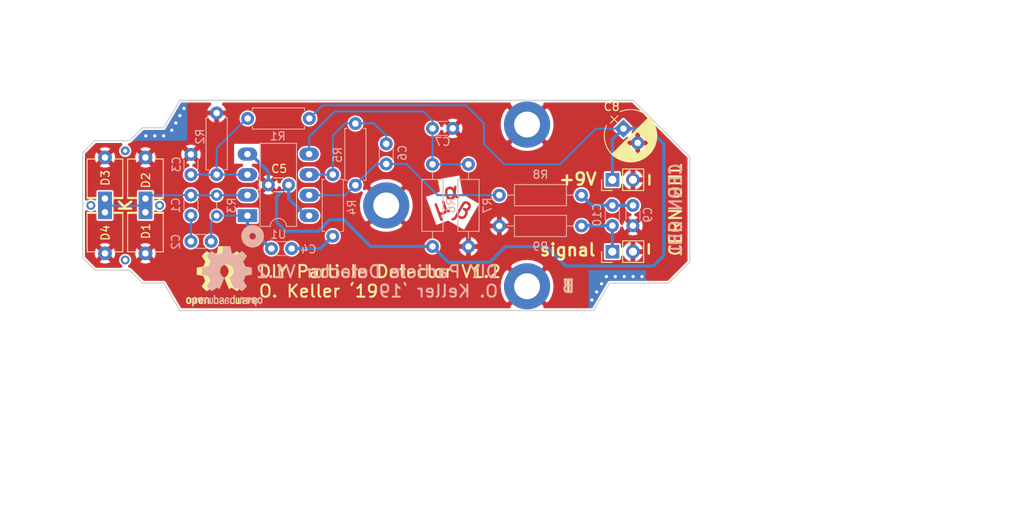
<source format=kicad_pcb>
(kicad_pcb (version 20211014) (generator pcbnew)

  (general
    (thickness 1)
  )

  (paper "A4")
  (title_block
    (title "DIY Particle Detector")
    (date "2018-06-01")
    (rev "V1.2")
    (company "CERN")
    (comment 1 "CERN open hardware license V1.2")
    (comment 2 "Oliver Keller")
  )

  (layers
    (0 "F.Cu" signal)
    (31 "B.Cu" power)
    (32 "B.Adhes" user "B.Adhesive")
    (33 "F.Adhes" user "F.Adhesive")
    (34 "B.Paste" user)
    (35 "F.Paste" user)
    (36 "B.SilkS" user "B.Silkscreen")
    (37 "F.SilkS" user "F.Silkscreen")
    (38 "B.Mask" user)
    (39 "F.Mask" user)
    (40 "Dwgs.User" user "User.Drawings")
    (41 "Cmts.User" user "User.Comments")
    (42 "Eco1.User" user "User.Eco1")
    (43 "Eco2.User" user "User.Eco2")
    (44 "Edge.Cuts" user)
    (45 "Margin" user)
    (46 "B.CrtYd" user "B.Courtyard")
    (47 "F.CrtYd" user "F.Courtyard")
    (48 "B.Fab" user)
    (49 "F.Fab" user)
  )

  (setup
    (pad_to_mask_clearance 0.2)
    (grid_origin 137.5 112.5)
    (pcbplotparams
      (layerselection 0x00011fc_ffffffff)
      (disableapertmacros false)
      (usegerberextensions true)
      (usegerberattributes false)
      (usegerberadvancedattributes false)
      (creategerberjobfile true)
      (svguseinch false)
      (svgprecision 6)
      (excludeedgelayer true)
      (plotframeref false)
      (viasonmask false)
      (mode 1)
      (useauxorigin false)
      (hpglpennumber 1)
      (hpglpenspeed 20)
      (hpglpendiameter 15.000000)
      (dxfpolygonmode true)
      (dxfimperialunits true)
      (dxfusepcbnewfont true)
      (psnegative false)
      (psa4output false)
      (plotreference true)
      (plotvalue false)
      (plotinvisibletext false)
      (sketchpadsonfab false)
      (subtractmaskfromsilk true)
      (outputformat 1)
      (mirror false)
      (drillshape 0)
      (scaleselection 1)
      (outputdirectory "gerbers/")
    )
  )

  (net 0 "")
  (net 1 "Net-(C1-Pad1)")
  (net 2 "Net-(C1-Pad2)")
  (net 3 "Net-(C2-Pad2)")
  (net 4 "GND")
  (net 5 "Net-(C3-Pad1)")
  (net 6 "Net-(C10-Pad1)")
  (net 7 "+9V")
  (net 8 "/Output")
  (net 9 "Net-(C4-Pad2)")
  (net 10 "Net-(C6-Pad1)")
  (net 11 "Net-(C6-Pad2)")
  (net 12 "Net-(C7-Pad1)")

  (footprint "Opto-Devices:PhotoDiode_DIL2_4.3x4.65_RM5.08" (layer "F.Cu") (at 102.75 113.35 -90))

  (footprint "Opto-Devices:PhotoDiode_DIL2_4.3x4.65_RM5.08" (layer "F.Cu") (at 107.75 113.35 -90))

  (footprint "Wire_Pads:SolderWirePad_single_0-8mmDrill" (layer "F.Cu") (at 109.5 112.5))

  (footprint "Wire_Pads:SolderWirePad_single_0-8mmDrill" (layer "F.Cu") (at 101 112.5))

  (footprint "Wire_Pads:SolderWirePad_single_0-8mmDrill" (layer "F.Cu") (at 105.25 119.25))

  (footprint "Wire_Pads:SolderWirePad_single_0-8mmDrill" (layer "F.Cu") (at 105.25 105.75))

  (footprint "Mounting_Holes:MountingHole_3.2mm_M3_ISO7380_Pad" (layer "F.Cu") (at 155 102.5))

  (footprint "Mounting_Holes:MountingHole_3.2mm_M3_ISO7380_Pad" (layer "F.Cu") (at 155 122.5))

  (footprint "Capacitors_THT:CP_Radial_D6.3mm_P2.50mm" (layer "F.Cu") (at 166.8 103 -45))

  (footprint "Mounting_Holes:MountingHole_3.2mm_M3_ISO7380_Pad" (layer "F.Cu") (at 137.5 112.5))

  (footprint "Capacitors_THT:C_Disc_D3.0mm_W1.6mm_P2.50mm" (layer "F.Cu") (at 125.435 109.96 180))

  (footprint "Opto-Devices:PhotoDiode_DIL2_4.3x4.65_RM5.08" (layer "F.Cu") (at 102.75 111.65 90))

  (footprint "Opto-Devices:PhotoDiode_DIL2_4.3x4.65_RM5.08" (layer "F.Cu") (at 107.75 111.65 90))

  (footprint "Symbols:OSHW-Logo2_9.8x8mm_SilkScreen" (layer "F.Cu") (at 117.18 121.263))

  (footprint "Pin_Headers:Pin_Header_Straight_1x02_Pitch2.54mm" (layer "F.Cu") (at 165.44 118.215 90))

  (footprint "Pin_Headers:Pin_Header_Straight_1x02_Pitch2.54mm" (layer "F.Cu") (at 165.44 109.325 90))

  (footprint "Resistors_THT:R_Axial_DIN0207_L6.3mm_D2.5mm_P7.62mm_Horizontal" (layer "B.Cu") (at 116.545 108.69 90))

  (footprint "Capacitors_THT:C_Disc_D3.0mm_W1.6mm_P2.50mm" (layer "B.Cu") (at 113.37 108.69 90))

  (footprint "Capacitors_THT:C_Disc_D3.0mm_W1.6mm_P2.50mm" (layer "B.Cu") (at 113.37 116.945))

  (footprint "Housings_DIP:DIP-8_W7.62mm_LongPads" (layer "B.Cu") (at 120.355 113.77))

  (footprint "Capacitors_THT:C_Disc_D3.0mm_W1.6mm_P2.50mm" (layer "B.Cu") (at 123.316 117.834))

  (footprint "Capacitors_THT:C_Disc_D3.0mm_W1.6mm_P2.50mm" (layer "B.Cu") (at 165.44 112.5 -90))

  (footprint "Capacitors_THT:C_Disc_D3.0mm_W1.6mm_P2.50mm" (layer "B.Cu") (at 137.5 104.88 -90))

  (footprint "Resistors_THT:R_Axial_DIN0204_L3.6mm_D1.6mm_P2.54mm_Vertical" (layer "B.Cu") (at 116.545 113.77 90))

  (footprint "Resistors_THT:R_Axial_DIN0207_L6.3mm_D2.5mm_P7.62mm_Horizontal" (layer "B.Cu") (at 133.69 110 90))

  (footprint "Resistors_THT:R_Axial_DIN0207_L6.3mm_D2.5mm_P7.62mm_Horizontal" (layer "B.Cu") (at 130.896 108.69 -90))

  (footprint "Capacitors_THT:C_Disc_D3.0mm_W1.6mm_P2.50mm" (layer "B.Cu") (at 113.37 111.23 -90))

  (footprint "Resistors_THT:R_Axial_DIN0207_L6.3mm_D2.5mm_P10.16mm_Horizontal" (layer "B.Cu") (at 143.215 117.58 90))

  (footprint "Resistors_THT:R_Axial_DIN0207_L6.3mm_D2.5mm_P10.16mm_Horizontal" (layer "B.Cu") (at 147.66 107.42 -90))

  (footprint "Capacitors_THT:C_Disc_D3.0mm_W1.6mm_P2.50mm" (layer "B.Cu") (at 143.215 102.975))

  (footprint "Resistors_THT:R_Axial_DIN0207_L6.3mm_D2.5mm_P7.62mm_Horizontal" (layer "B.Cu") (at 128 101.75 180))

  (footprint "Resistors_THT:R_Axial_DIN0207_L6.3mm_D2.5mm_P10.16mm_Horizontal" (layer "B.Cu") (at 161.63 115.04 180))

  (footprint "Resistors_THT:R_Axial_DIN0207_L6.3mm_D2.5mm_P10.16mm_Horizontal" (layer "B.Cu") (at 151.47 111.23))

  (footprint "Capacitors_THT:C_Disc_D3.0mm_W1.6mm_P2.50mm" (layer "B.Cu") (at 167.98 112.5 -90))

  (footprint "Symbols:OSHW-Logo2_9.8x8mm_SilkScreen" (layer "B.Cu") (at 117.815 121.256429 180))

  (gr_circle (center 120.99 116.31) (end 121.371 116.437) (layer "B.SilkS") (width 1) (fill none) (tstamp 475ed8b3-90bf-48cd-bce5-d8f48b689541))
  (gr_line (start 194 117.5) (end 182 117.5) (layer "Dwgs.User") (width 0.2) (tstamp 00000000-0000-0000-0000-00005af9a932))
  (gr_line (start 166 109) (end 182 107.5) (layer "Dwgs.User") (width 0.2) (tstamp 00000000-0000-0000-0000-00005af9a935))
  (gr_line (start 166 116) (end 166 109) (layer "Dwgs.User") (width 0.2) (tstamp 00000000-0000-0000-0000-00005af9a938))
  (gr_line (start 182 106) (end 182 119) (layer "Dwgs.User") (width 0.2) (tstamp 00000000-0000-0000-0000-00005af9a93b))
  (gr_line (start 194 107.5) (end 194 117.5) (layer "Dwgs.User") (width 0.2) (tstamp 00000000-0000-0000-0000-00005af9a93e))
  (gr_line (start 182 117.5) (end 166 116) (layer "Dwgs.User") (width 0.2) (tstamp 00000000-0000-0000-0000-00005af9a941))
  (gr_line (start 182 107.5) (end 194 107.5) (layer "Dwgs.User") (width 0.2) (tstamp 00000000-0000-0000-0000-00005af9a944))
  (gr_circle (center 108.9 101.1) (end 110.7 101.1) (layer "Dwgs.User") (width 0.2) (fill none) (tstamp 00000000-0000-0000-0000-00005afd6b11))
  (gr_circle (center 166.1 123.9) (end 167.9 123.9) (layer "Dwgs.User") (width 0.2) (fill none) (tstamp 00000000-0000-0000-0000-00005afd6b16))
  (gr_line (start 108.9 101) (end 108.9 101.2) (layer "Dwgs.User") (width 0.15) (tstamp 00000000-0000-0000-0000-00005afd6bb6))
  (gr_line (start 108.8 101.1) (end 109 101.1) (layer "Dwgs.User") (width 0.15) (tstamp 00000000-0000-0000-0000-00005afd6bb7))
  (gr_circle (center 166.1 123.9) (end 169.1 123.9) (layer "Dwgs.User") (width 0.2) (fill none) (tstamp 00000000-0000-0000-0000-00005afdac0a))
  (gr_line (start 162.5 126) (end 162.5 99) (layer "Dwgs.User") (width 0.2) (tstamp 00000000-0000-0000-0000-00005afdcbda))
  (gr_line (start 112.5 126) (end 112.5 99) (layer "Dwgs.User") (width 0.2) (tstamp 00000000-0000-0000-0000-00005afdcd2b))
  (gr_line (start 112.5 126) (end 162.5 126) (layer "Dwgs.User") (width 0.2) (tstamp 00000000-0000-0000-0000-00005afdcd2e))
  (gr_line (start 162.5 99) (end 112.5 99) (layer "Dwgs.User") (width 0.2) (tstamp 00000000-0000-0000-0000-00005afdcd31))
  (gr_circle (center 108.9 101.1) (end 111.9 101.1) (layer "Dwgs.User") (width 0.2) (fill none) (tstamp 00000000-0000-0000-0000-00005afdcf19))
  (gr_line (start 166 123.9) (end 166.2 123.9) (layer "Dwgs.User") (width 0.15) (tstamp 6cb93665-0bcd-4104-8633-fffd1811eee0))
  (gr_line (start 166.1 123.8) (end 166.1 124) (layer "Dwgs.User") (width 0.15) (tstamp e0830067-5b66-4ce1-b2d1-aaa8af20baf7))
  (gr_line (start 107.4 102.9) (end 110 102.9) (layer "Edge.Cuts") (width 0.15) (tstamp 00000000-0000-0000-0000-00005af98d9d))
  (gr_line (start 112 99.5) (end 168 99.5) (layer "Edge.Cuts") (width 0.15) (tstamp 00000000-0000-0000-0000-00005af9ce4e))
  (gr_line (start 110 102.9) (end 112 99.5) (layer "Edge.Cuts") (width 0.15) (tstamp 00000000-0000-0000-0000-00005afd5700))
  (gr_line (start 100 119) (end 100 106) (layer "Edge.Cuts") (width 0.15) (tstamp 00000000-0000-0000-0000-00005afd5923))
  (gr_line (start 101.5 104.5) (end 100 106) (layer "Edge.Cuts") (width 0.15) (tstamp 00000000-0000-0000-0000-00005afd5962))
  (gr_line (start 101.5 120.5) (end 105.8 120.5) (layer "Edge.Cuts") (width 0.15) (tstamp 00000000-0000-0000-0000-00005afd6cb7))
  (gr_line (start 100 119) (end 101.5 120.5) (layer "Edge.Cuts") (width 0.15) (tstamp 00000000-0000-0000-0000-00005afd6cd5))
  (gr_line (start 165.1 122.1) (end 172.4 122.1) (layer "Edge.Cuts") (width 0.15) (tstamp 00000000-0000-0000-0000-00005afd7e1c))
  (gr_line (start 172.4 122.1) (end 175 119.5) (layer "Edge.Cuts") (width 0.15) (tstamp 00000000-0000-0000-0000-00005afda88f))
  (gr_line (start 107.4 122.1) (end 110 122.1) (layer "Edge.Cuts") (width 0.15) (tstamp 00000000-0000-0000-0000-00005afdac36))
  (gr_line (start 110 122.1) (end 112 125.5) (layer "Edge.Cuts") (width 0.15) (tstamp 00000000-0000-0000-0000-00005b119da4))
  (gr_line (start 163.1 125.5) (end 112 125.5) (layer "Edge.Cuts") (width 0.15) (tstamp 123968c6-74e7-4754-8c36-08ea08e42555))
  (gr_line (start 168 99.5) (end 175 106.5) (layer "Edge.Cuts") (width 0.15) (tstamp 31f91ec8-56e4-4e08-9ccd-012652772211))
  (gr_line (start 175 106.5) (end 175 119.5) (layer "Edge.Cuts") (width 0.15) (tstamp 3e3d55c8-e0ea-48fb-8421-a84b7cb7055b))
  (gr_line (start 163.1 125.5) (end 165.1 122.1) (layer "Edge.Cuts") (width 0.15) (tstamp 5e7c3a32-8dda-4e6a-9838-c94d1f165575))
  (gr_line (start 105.8 104.5) (end 107.4 102.9) (layer "Edge.Cuts") (width 0.15) (tstamp 8ac400bf-c9b3-4af4-b0a7-9aa9ab4ad17e))
  (gr_line (start 101.5 104.5) (end 105.8 104.5) (layer "Edge.Cuts") (width 0.15) (tstamp 97dcf785-3264-40a1-a36e-8842acab24fb))
  (gr_line (start 105.8 120.5) (end 107.4 122.1) (layer "Edge.Cuts") (width 0.15) (tstamp aee7520e-3bfc-435f-a66b-1dd1f5aa6a87))
  (gr_text "β" (at 147.025 113.1604 -30) (layer "F.Cu") (tstamp 00000000-0000-0000-0000-00005d4ae0fe)
    (effects (font (size 2 2) (thickness 0.3)))
  )
  (gr_text "μ" (at 144.3072 112.5762 20) (layer "F.Cu") (tstamp 00000000-0000-0000-0000-00005d4ae398)
    (effects (font (size 2 2) (thickness 0.3)))
  )
  (gr_text "α" (at 145.501 110.722 10) (layer "F.Cu") (tstamp a25b7e01-1754-4cc9-8a14-3d9c461e5af5)
    (effects (font (size 2 2) (thickness 0.3)))
  )
  (gr_text "DIY Particle Detector V1.2\nO. Keller ‘19\n" (at 151.47 121.898) (layer "B.SilkS") (tstamp 00000000-0000-0000-0000-00005b11ae3b)
    (effects (font (size 1.5 1.5) (thickness 0.25)) (justify left mirror))
  )
  (gr_text "CERN OHL" (at 173.25 113 90) (layer "B.SilkS") (tstamp 00000000-0000-0000-0000-00005b11affc)
    (effects (font (size 1.5 1.5) (thickness 0.25)) (justify mirror))
  )
  (gr_text "B" (at 160 122.5) (layer "B.SilkS") (tstamp 014d13cd-26ad-4d0e-86ad-a43b541cab14)
    (effects (font (size 1.5 1.5) (thickness 0.3)) (justify mirror))
  )
  (gr_text "signal" (at 159.9155 118) (layer "F.SilkS") (tstamp 00000000-0000-0000-0000-00005af9f0d4)
    (effects (font (size 1.5 1.5) (thickness 0.3)))
  )
  (gr_text "+9V" (at 161.1855 109.25) (layer "F.SilkS") (tstamp 00000000-0000-0000-0000-00005afe9a6f)
    (effects (font (size 1.5 1.5) (thickness 0.3)))
  )
  (gr_text "CERN OHL" (at 173.25 113.05 90) (layer "F.SilkS") (tstamp 00000000-0000-0000-0000-00005afef867)
    (effects (font (size 1.5 1.5) (thickness 0.25)))
  )
  (gr_text "DIY Particle Detector V1.2\nO. Keller ‘19" (at 121.625 121.898) (layer "F.SilkS") (tstamp 00000000-0000-0000-0000-00005b1559f2)
    (effects (font (size 1.5 1.5) (thickness 0.25)) (justify left))
  )
  (gr_text "-" (at 169.909226 109.330856 90) (layer "F.SilkS") (tstamp 00000000-0000-0000-0000-00005d41e669)
    (effects (font (size 1.5 1.5) (thickness 0.3)))
  )
  (gr_text "-" (at 169.833226 117.881217 90) (layer "F.SilkS") (tstamp 00000000-0000-0000-0000-00005d41e674)
    (effects (font (size 1.5 1.5) (thickness 0.3)))
  )
  (gr_text "T" (at 160 122.5) (layer "F.SilkS") (tstamp 7744b6ee-910d-401d-b730-65c35d3d8092)
    (effects (font (size 1.5 1.5) (thickness 0.3)))
  )
  (gr_text "K" (at 105.3055 112.5 90) (layer "F.SilkS") (tstamp f5bf5b4a-5213-48af-a5cd-0d67969d2de6)
    (effects (font (size 1.5 1.5) (thickness 0.3)))
  )
  (gr_text "M3" (at 108.9 97.1) (layer "Dwgs.User") (tstamp 00000000-0000-0000-0000-00005afd6b9f)
    (effects (font (size 1.5 1.5) (thickness 0.3)))
  )
  (gr_text "Notes:\n- PCB designed for these enclosures:\nhttp://uk.farnell.com/multicomp/g102mf/box-diecast-90x36x30mm/dp/1902552\nhttp://uk.farnell.com/deltron-enclosures/480-0010/box-diecast-ip68/dp/1774842\nouter case dimensions: ca. 30 x 35 x 89 mm\ncase edges touching the lid must be blank/metal and _not_coated_ with paint for better conductivity\n- U1 must be mounted on backside, _without_ PDIP socket   \n- 4 THT mounting holes/vias around diodes for optional sandwich mount of two PCBs \n- 2 more M3 holes for optional support (e.g. socket screws)" (at 98.2 140.1) (layer "Dwgs.User") (tstamp 00000000-0000-0000-0000-00005d428be0)
    (effects (font (size 1.5 1.5) (thickness 0.3)) (justify left))
  )
  (gr_text "BNC \nconn." (at 187.8 112.9) (layer "Dwgs.User") (tstamp 430d6d73-9de6-41ca-b788-178d709f4aae)
    (effects (font (size 1.5 1.5) (thickness 0.3)))
  )
  (gr_text "M3" (at 166.1 128.5) (layer "Dwgs.User") (tstamp 7f2b3ce3-2f20-426d-b769-e0329b6a8111)
    (effects (font (size 1.5 1.5) (thickness 0.3)))
  )
  (gr_text "9V battery block" (at 153 97.5) (layer "Dwgs.User") (tstamp dc1d84c8-33da-4489-be8e-2a1de3001779)
    (effects (font (size 1.5 1.5) (thickness 0.3)))
  )
  (dimension (type aligned) (layer "Dwgs.User") (tstamp 00000000-0000-0000-0000-00005afef083)
    (pts (xy 175.023571 99.510787) (xy 175.023571 125.510787))
    (height -34.1)
    (gr_text "26.0000 mm" (at 207.323571 112.510787 90) (layer "Dwgs.User") (tstamp 00000000-0000-0000-0000-00005afef083)
      (effects (font (size 1.5 1.5) (thickness 0.3)))
    )
    (format (units 2) (units_format 1) (precision 4))
    (style (thickness 0.3) (arrow_length 1.27) (text_position_mode 0) (extension_height 0.58642) (extension_offset 0) keep_text_aligned)
  )
  (dimension (type aligned) (layer "Dwgs.User") (tstamp 78f9c3d3-3556-46f6-9744-05ad54b330f0)
    (pts (xy 100 99.5) (xy 175 99.5))
    (height -9.2)
    (gr_text "75.0000 mm" (at 137.5 88.5) (layer "Dwgs.User") (tstamp 78f9c3d3-3556-46f6-9744-05ad54b330f0)
      (effects (font (size 1.5 1.5) (thickness 0.3)))
  
... [107448 chars truncated]
</source>
